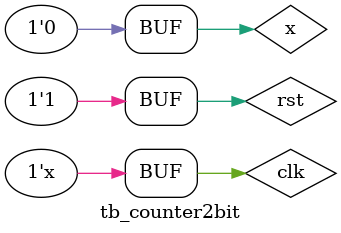
<source format=v>
module tb_counter2bit();


reg clk, rst, x;
wire [1:0] state;

counter_2bit u1(clk, rst, x, state);

initial begin
    clk <=0;
    rst <=1;
    x = 0;
    #10 rst <= 0;
    #10 rst <= 1;
    
    #10 x <= 1;
    #10 x <= 0;
    
    #30 x<=1;
    #30 x<=0;
    
    #10 x<=1;
    #10 x<=0;
    
    #10 x<=1;
    #10 x<=0;
    #10 x<=1;
    #10 x<=0;
    #10 x<=1;
    #10 x<=0;
    
    
  end
 
 always begin
    #5 clk <= ~clk;
  end
 endmodule  
</source>
